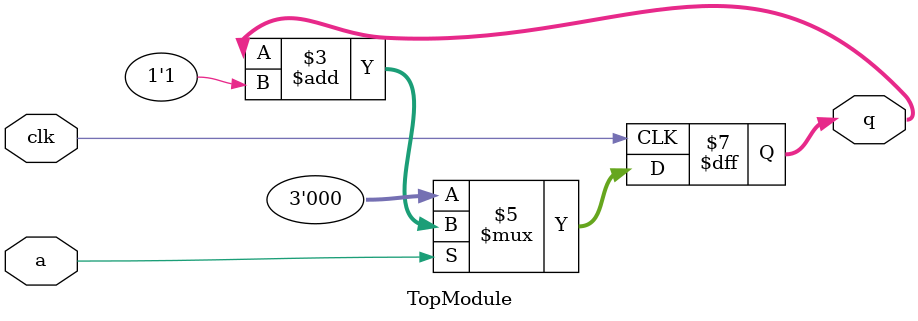
<source format=v>
module TopModule (
  input clk,
  input a,
  output reg [2:0] q
);

  always @(posedge clk) begin
    if (a == 0) begin
      q <= 3'b000;
    end else begin
      q <= q + 1'b1;
    end
  end

endmodule
</source>
